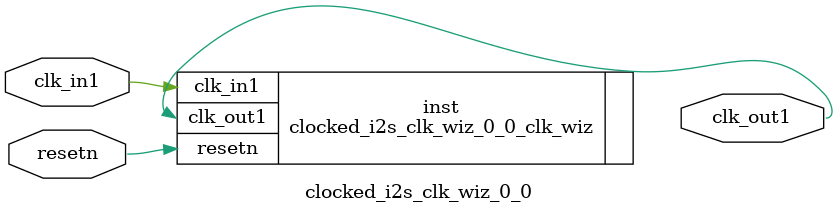
<source format=v>


`timescale 1ps/1ps

(* CORE_GENERATION_INFO = "clocked_i2s_clk_wiz_0_0,clk_wiz_v6_0_8_0_0,{component_name=clocked_i2s_clk_wiz_0_0,use_phase_alignment=true,use_min_o_jitter=false,use_max_i_jitter=false,use_dyn_phase_shift=false,use_inclk_switchover=false,use_dyn_reconfig=false,enable_axi=0,feedback_source=FDBK_AUTO,PRIMITIVE=MMCM,num_out_clk=1,clkin1_period=8.000,clkin2_period=10.0,use_power_down=false,use_reset=true,use_locked=false,use_inclk_stopped=false,feedback_type=SINGLE,CLOCK_MGR_TYPE=NA,manual_override=false}" *)

module clocked_i2s_clk_wiz_0_0 
 (
  // Clock out ports
  output        clk_out1,
  // Status and control signals
  input         resetn,
 // Clock in ports
  input         clk_in1
 );

  clocked_i2s_clk_wiz_0_0_clk_wiz inst
  (
  // Clock out ports  
  .clk_out1(clk_out1),
  // Status and control signals               
  .resetn(resetn), 
 // Clock in ports
  .clk_in1(clk_in1)
  );

endmodule

</source>
